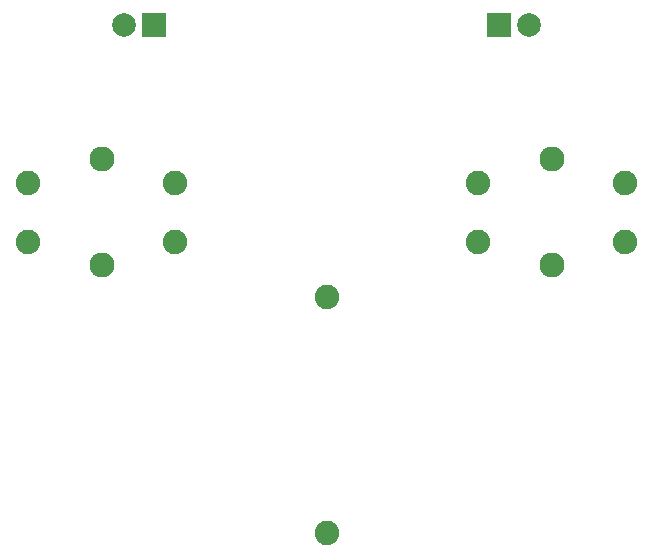
<source format=gbs>
G75*
%MOIN*%
%OFA0B0*%
%FSLAX25Y25*%
%IPPOS*%
%LPD*%
%AMOC8*
5,1,8,0,0,1.08239X$1,22.5*
%
%ADD10C,0.08177*%
%ADD11R,0.07900X0.07900*%
%ADD12C,0.07900*%
%ADD13C,0.08374*%
D10*
X0130764Y0044713D03*
X0130764Y0123454D03*
X0181158Y0141957D03*
X0181158Y0161643D03*
X0230370Y0161643D03*
X0230370Y0141957D03*
X0080370Y0141957D03*
X0080370Y0161643D03*
X0031158Y0161643D03*
X0031158Y0141957D03*
D11*
X0073264Y0214300D03*
X0188264Y0214300D03*
D12*
X0198264Y0214300D03*
X0063264Y0214300D03*
D13*
X0055764Y0169517D03*
X0055764Y0134083D03*
X0205764Y0134083D03*
X0205764Y0169517D03*
M02*

</source>
